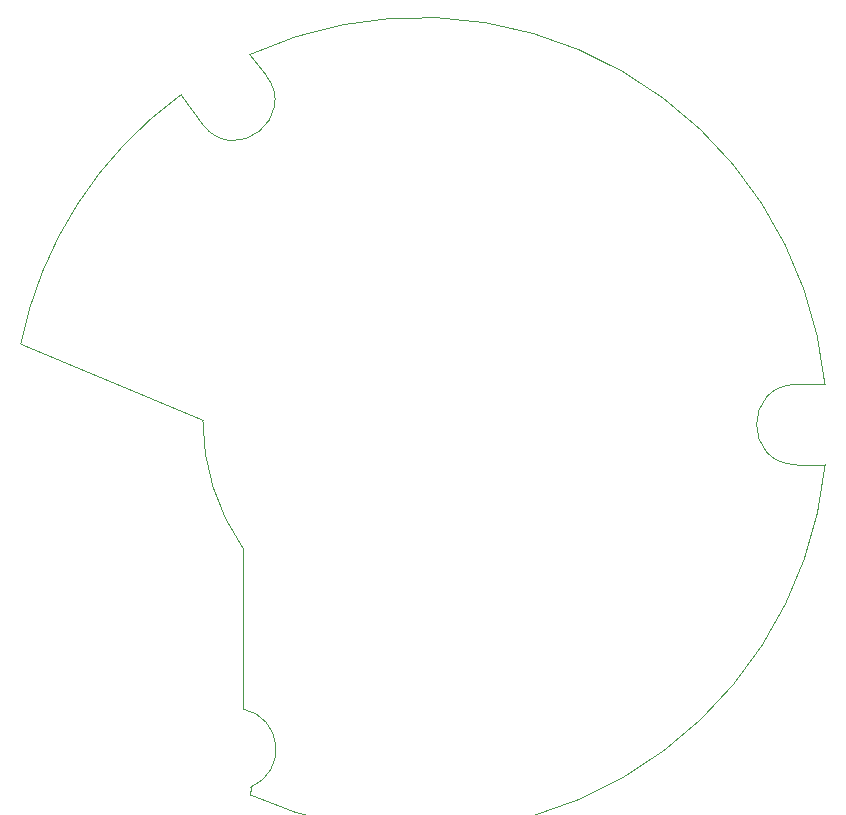
<source format=gm1>
%TF.GenerationSoftware,KiCad,Pcbnew,7.0.7*%
%TF.CreationDate,2023-09-11T21:54:18+02:00*%
%TF.ProjectId,blinkekatze,626c696e-6b65-46b6-9174-7a652e6b6963,rev?*%
%TF.SameCoordinates,Original*%
%TF.FileFunction,Profile,NP*%
%FSLAX46Y46*%
G04 Gerber Fmt 4.6, Leading zero omitted, Abs format (unit mm)*
G04 Created by KiCad (PCBNEW 7.0.7) date 2023-09-11 21:54:18*
%MOMM*%
%LPD*%
G01*
G04 APERTURE LIST*
%TA.AperFunction,Profile*%
%ADD10C,0.100000*%
%TD*%
G04 APERTURE END LIST*
D10*
X85661124Y-130711190D02*
X85652260Y-131366936D01*
X79791155Y-72062767D02*
G75*
G03*
X66200001Y-93200000I20183595J-27916113D01*
G01*
X81615798Y-99598093D02*
G75*
G03*
X85000000Y-110450000I19005202J-26807D01*
G01*
X86925000Y-70375000D02*
X85600000Y-68675000D01*
X131900000Y-96600000D02*
G75*
G03*
X131900000Y-103400000I0J-3400000D01*
G01*
X81625000Y-74650000D02*
X79791154Y-72062765D01*
X66200000Y-93200000D02*
X81615799Y-99598093D01*
X85661123Y-130711188D02*
G75*
G03*
X85000000Y-124080000I-1332033J3215748D01*
G01*
X131900000Y-96600000D02*
X134289768Y-96602003D01*
X85000000Y-110450000D02*
X85000000Y-124080000D01*
X131900000Y-103400000D02*
X134310000Y-103400000D01*
X134289767Y-96602003D02*
G75*
G03*
X85600000Y-68675001I-34301517J-3395547D01*
G01*
X81625000Y-74650000D02*
G75*
G03*
X86925000Y-70375000I2650000J2137500D01*
G01*
X85652260Y-131366937D02*
G75*
G03*
X134309998Y-103400000I14335990J31369387D01*
G01*
M02*

</source>
